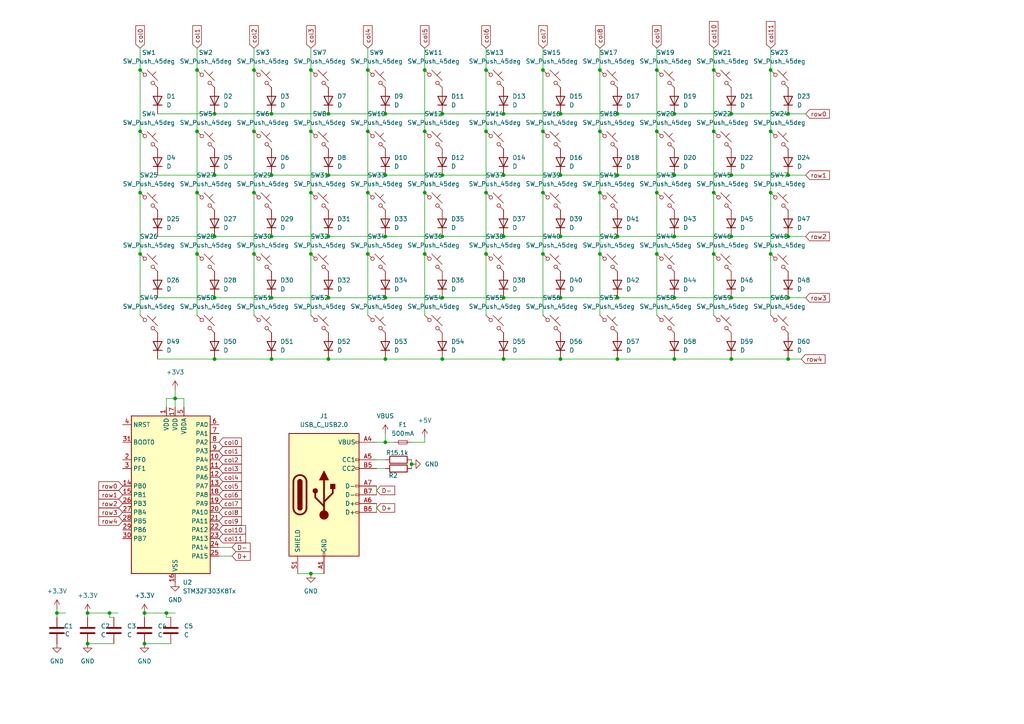
<source format=kicad_sch>
(kicad_sch (version 20231120) (generator "eeschema") (generator_version "8.0")
  (paper "A4")
  (junction (at 40.64 73.66))
  (junction (at 48.26 177.8))
  (junction (at 195.58 33.02))
  (junction (at 179.07 86.36))
  (junction (at 95.25 50.8))
  (junction (at 90.17 38.1))
  (junction (at 173.99 38.1))
  (junction (at 95.25 68.58))
  (junction (at 223.52 55.88))
  (junction (at 31.75 177.8))
  (junction (at 111.76 33.02))
  (junction (at 146.05 68.58))
  (junction (at 78.74 50.8))
  (junction (at 228.6 86.36))
  (junction (at 157.48 55.88))
  (junction (at 62.23 33.02))
  (junction (at 95.25 104.14))
  (junction (at 128.27 86.36))
  (junction (at 190.5 20.32))
  (junction (at 41.91 177.8))
  (junction (at 40.64 20.32))
  (junction (at 128.27 50.8))
  (junction (at 62.23 68.58))
  (junction (at 162.56 68.58))
  (junction (at 106.68 73.66))
  (junction (at 62.23 104.14))
  (junction (at 195.58 104.14))
  (junction (at 146.05 104.14))
  (junction (at 41.91 186.69))
  (junction (at 78.74 33.02))
  (junction (at 140.97 20.32))
  (junction (at 78.74 104.14))
  (junction (at 111.76 104.14))
  (junction (at 212.09 104.14))
  (junction (at 179.07 33.02))
  (junction (at 228.6 68.58))
  (junction (at 57.15 73.66))
  (junction (at 111.76 68.58))
  (junction (at 173.99 20.32))
  (junction (at 146.05 50.8))
  (junction (at 212.09 68.58))
  (junction (at 162.56 33.02))
  (junction (at 190.5 73.66))
  (junction (at 195.58 68.58))
  (junction (at 111.76 128.27))
  (junction (at 223.52 38.1))
  (junction (at 57.15 38.1))
  (junction (at 123.19 55.88))
  (junction (at 173.99 73.66))
  (junction (at 25.4 186.69))
  (junction (at 190.5 38.1))
  (junction (at 119.38 134.62))
  (junction (at 207.01 55.88))
  (junction (at 128.27 104.14))
  (junction (at 157.48 73.66))
  (junction (at 40.64 55.88))
  (junction (at 140.97 73.66))
  (junction (at 73.66 38.1))
  (junction (at 62.23 50.8))
  (junction (at 223.52 20.32))
  (junction (at 212.09 33.02))
  (junction (at 190.5 55.88))
  (junction (at 228.6 33.02))
  (junction (at 146.05 86.36))
  (junction (at 78.74 86.36))
  (junction (at 162.56 50.8))
  (junction (at 128.27 68.58))
  (junction (at 140.97 38.1))
  (junction (at 90.17 166.37))
  (junction (at 106.68 20.32))
  (junction (at 212.09 50.8))
  (junction (at 173.99 55.88))
  (junction (at 128.27 33.02))
  (junction (at 228.6 104.14))
  (junction (at 90.17 20.32))
  (junction (at 73.66 73.66))
  (junction (at 207.01 20.32))
  (junction (at 162.56 104.14))
  (junction (at 195.58 50.8))
  (junction (at 223.52 73.66))
  (junction (at 207.01 73.66))
  (junction (at 73.66 20.32))
  (junction (at 73.66 55.88))
  (junction (at 111.76 86.36))
  (junction (at 50.8 115.57))
  (junction (at 207.01 38.1))
  (junction (at 57.15 55.88))
  (junction (at 90.17 55.88))
  (junction (at 157.48 20.32))
  (junction (at 179.07 50.8))
  (junction (at 123.19 38.1))
  (junction (at 162.56 86.36))
  (junction (at 111.76 50.8))
  (junction (at 195.58 86.36))
  (junction (at 90.17 73.66))
  (junction (at 228.6 50.8))
  (junction (at 25.4 177.8))
  (junction (at 95.25 86.36))
  (junction (at 123.19 20.32))
  (junction (at 140.97 55.88))
  (junction (at 157.48 38.1))
  (junction (at 40.64 38.1))
  (junction (at 179.07 68.58))
  (junction (at 57.15 20.32))
  (junction (at 123.19 73.66))
  (junction (at 106.68 55.88))
  (junction (at 16.51 177.8))
  (junction (at 146.05 33.02))
  (junction (at 95.25 33.02))
  (junction (at 179.07 104.14))
  (junction (at 62.23 86.36))
  (junction (at 212.09 86.36))
  (junction (at 106.68 38.1))
  (junction (at 78.74 68.58))
  (wire (pts (xy 128.27 104.14) (xy 146.05 104.14)))
  (wire (pts (xy 195.58 50.8) (xy 212.09 50.8)))
  (wire (pts (xy 146.05 104.14) (xy 162.56 104.14)))
  (wire (pts (xy 195.58 86.36) (xy 212.09 86.36)))
  (wire (pts (xy 62.23 86.36) (xy 78.74 86.36)))
  (wire (pts (xy 57.15 73.66) (xy 57.15 91.44)))
  (wire (pts (xy 173.99 20.32) (xy 173.99 38.1)))
  (wire (pts (xy 195.58 68.58) (xy 212.09 68.58)))
  (wire (pts (xy 53.34 115.57) (xy 53.34 118.11)))
  (wire (pts (xy 73.66 38.1) (xy 73.66 55.88)))
  (wire (pts (xy 57.15 13.97) (xy 57.15 20.32)))
  (wire (pts (xy 123.19 13.97) (xy 123.19 20.32)))
  (wire (pts (xy 45.72 104.14) (xy 62.23 104.14)))
  (wire (pts (xy 190.5 55.88) (xy 190.5 73.66)))
  (wire (pts (xy 78.74 86.36) (xy 95.25 86.36)))
  (wire (pts (xy 162.56 104.14) (xy 179.07 104.14)))
  (wire (pts (xy 223.52 38.1) (xy 223.52 55.88)))
  (wire (pts (xy 73.66 20.32) (xy 73.66 38.1)))
  (wire (pts (xy 109.22 135.89) (xy 111.76 135.89)))
  (wire (pts (xy 63.5 158.75) (xy 67.31 158.75)))
  (wire (pts (xy 228.6 104.14) (xy 232.41 104.14)))
  (wire (pts (xy 45.72 33.02) (xy 62.23 33.02)))
  (wire (pts (xy 111.76 125.73) (xy 111.76 128.27)))
  (wire (pts (xy 25.4 177.8) (xy 25.4 179.07)))
  (wire (pts (xy 173.99 38.1) (xy 173.99 55.88)))
  (wire (pts (xy 128.27 50.8) (xy 146.05 50.8)))
  (wire (pts (xy 62.23 33.02) (xy 78.74 33.02)))
  (wire (pts (xy 128.27 86.36) (xy 146.05 86.36)))
  (wire (pts (xy 195.58 33.02) (xy 212.09 33.02)))
  (wire (pts (xy 90.17 73.66) (xy 90.17 91.44)))
  (wire (pts (xy 223.52 73.66) (xy 223.52 91.44)))
  (wire (pts (xy 179.07 86.36) (xy 195.58 86.36)))
  (wire (pts (xy 48.26 179.07) (xy 49.53 179.07)))
  (wire (pts (xy 207.01 20.32) (xy 207.01 38.1)))
  (wire (pts (xy 25.4 186.69) (xy 33.02 186.69)))
  (wire (pts (xy 123.19 55.88) (xy 123.19 73.66)))
  (wire (pts (xy 78.74 104.14) (xy 95.25 104.14)))
  (wire (pts (xy 128.27 68.58) (xy 146.05 68.58)))
  (wire (pts (xy 157.48 55.88) (xy 157.48 73.66)))
  (wire (pts (xy 179.07 33.02) (xy 195.58 33.02)))
  (wire (pts (xy 179.07 68.58) (xy 195.58 68.58)))
  (wire (pts (xy 212.09 33.02) (xy 228.6 33.02)))
  (wire (pts (xy 50.8 115.57) (xy 50.8 118.11)))
  (wire (pts (xy 123.19 73.66) (xy 123.19 91.44)))
  (wire (pts (xy 212.09 86.36) (xy 228.6 86.36)))
  (wire (pts (xy 146.05 33.02) (xy 162.56 33.02)))
  (wire (pts (xy 162.56 68.58) (xy 179.07 68.58)))
  (wire (pts (xy 90.17 20.32) (xy 90.17 38.1)))
  (wire (pts (xy 228.6 33.02) (xy 233.68 33.02)))
  (wire (pts (xy 40.64 20.32) (xy 40.64 38.1)))
  (wire (pts (xy 157.48 38.1) (xy 157.48 55.88)))
  (wire (pts (xy 95.25 68.58) (xy 111.76 68.58)))
  (wire (pts (xy 109.22 133.35) (xy 111.76 133.35)))
  (wire (pts (xy 90.17 166.37) (xy 93.98 166.37)))
  (wire (pts (xy 106.68 55.88) (xy 106.68 73.66)))
  (wire (pts (xy 40.64 38.1) (xy 40.64 55.88)))
  (wire (pts (xy 62.23 104.14) (xy 78.74 104.14)))
  (wire (pts (xy 45.72 50.8) (xy 62.23 50.8)))
  (wire (pts (xy 57.15 55.88) (xy 57.15 73.66)))
  (wire (pts (xy 90.17 55.88) (xy 90.17 73.66)))
  (wire (pts (xy 50.8 115.57) (xy 53.34 115.57)))
  (wire (pts (xy 157.48 13.97) (xy 157.48 20.32)))
  (wire (pts (xy 119.38 128.27) (xy 123.19 128.27)))
  (wire (pts (xy 106.68 73.66) (xy 106.68 91.44)))
  (wire (pts (xy 48.26 177.8) (xy 41.91 177.8)))
  (wire (pts (xy 173.99 55.88) (xy 173.99 73.66)))
  (wire (pts (xy 106.68 20.32) (xy 106.68 38.1)))
  (wire (pts (xy 111.76 33.02) (xy 128.27 33.02)))
  (wire (pts (xy 228.6 50.8) (xy 233.68 50.8)))
  (wire (pts (xy 195.58 104.14) (xy 212.09 104.14)))
  (wire (pts (xy 119.38 133.35) (xy 119.38 134.62)))
  (wire (pts (xy 48.26 115.57) (xy 50.8 115.57)))
  (wire (pts (xy 140.97 55.88) (xy 140.97 73.66)))
  (wire (pts (xy 90.17 38.1) (xy 90.17 55.88)))
  (wire (pts (xy 146.05 68.58) (xy 162.56 68.58)))
  (wire (pts (xy 73.66 13.97) (xy 73.66 20.32)))
  (wire (pts (xy 207.01 55.88) (xy 207.01 73.66)))
  (wire (pts (xy 179.07 50.8) (xy 195.58 50.8)))
  (wire (pts (xy 162.56 33.02) (xy 179.07 33.02)))
  (wire (pts (xy 173.99 13.97) (xy 173.99 20.32)))
  (wire (pts (xy 31.75 177.8) (xy 34.29 177.8)))
  (wire (pts (xy 95.25 86.36) (xy 111.76 86.36)))
  (wire (pts (xy 162.56 50.8) (xy 179.07 50.8)))
  (wire (pts (xy 128.27 33.02) (xy 146.05 33.02)))
  (wire (pts (xy 207.01 38.1) (xy 207.01 55.88)))
  (wire (pts (xy 62.23 68.58) (xy 78.74 68.58)))
  (wire (pts (xy 140.97 20.32) (xy 140.97 38.1)))
  (wire (pts (xy 109.22 146.05) (xy 109.22 148.59)))
  (wire (pts (xy 111.76 104.14) (xy 128.27 104.14)))
  (wire (pts (xy 16.51 177.8) (xy 16.51 179.07)))
  (wire (pts (xy 228.6 86.36) (xy 233.68 86.36)))
  (wire (pts (xy 140.97 73.66) (xy 140.97 91.44)))
  (wire (pts (xy 173.99 73.66) (xy 173.99 91.44)))
  (wire (pts (xy 212.09 50.8) (xy 228.6 50.8)))
  (wire (pts (xy 48.26 177.8) (xy 50.8 177.8)))
  (wire (pts (xy 106.68 38.1) (xy 106.68 55.88)))
  (wire (pts (xy 157.48 20.32) (xy 157.48 38.1)))
  (wire (pts (xy 50.8 113.03) (xy 50.8 115.57)))
  (wire (pts (xy 73.66 55.88) (xy 73.66 73.66)))
  (wire (pts (xy 212.09 68.58) (xy 228.6 68.58)))
  (wire (pts (xy 95.25 104.14) (xy 111.76 104.14)))
  (wire (pts (xy 162.56 86.36) (xy 179.07 86.36)))
  (wire (pts (xy 111.76 50.8) (xy 128.27 50.8)))
  (wire (pts (xy 123.19 38.1) (xy 123.19 55.88)))
  (wire (pts (xy 48.26 179.07) (xy 48.26 177.8)))
  (wire (pts (xy 195.58 102.87) (xy 195.58 104.14)))
  (wire (pts (xy 41.91 186.69) (xy 49.53 186.69)))
  (wire (pts (xy 207.01 13.97) (xy 207.01 20.32)))
  (wire (pts (xy 73.66 73.66) (xy 73.66 91.44)))
  (wire (pts (xy 95.25 50.8) (xy 111.76 50.8)))
  (wire (pts (xy 111.76 128.27) (xy 114.3 128.27)))
  (wire (pts (xy 179.07 104.14) (xy 195.58 104.14)))
  (wire (pts (xy 190.5 38.1) (xy 190.5 55.88)))
  (wire (pts (xy 45.72 86.36) (xy 62.23 86.36)))
  (wire (pts (xy 190.5 13.97) (xy 190.5 20.32)))
  (wire (pts (xy 48.26 118.11) (xy 48.26 115.57)))
  (wire (pts (xy 190.5 20.32) (xy 190.5 38.1)))
  (wire (pts (xy 63.5 161.29) (xy 67.31 161.29)))
  (wire (pts (xy 16.51 177.8) (xy 19.05 177.8)))
  (wire (pts (xy 90.17 13.97) (xy 90.17 20.32)))
  (wire (pts (xy 157.48 73.66) (xy 157.48 91.44)))
  (wire (pts (xy 57.15 38.1) (xy 57.15 55.88)))
  (wire (pts (xy 45.72 68.58) (xy 62.23 68.58)))
  (wire (pts (xy 123.19 127) (xy 123.19 128.27)))
  (wire (pts (xy 207.01 73.66) (xy 207.01 91.44)))
  (wire (pts (xy 140.97 38.1) (xy 140.97 55.88)))
  (wire (pts (xy 190.5 73.66) (xy 190.5 91.44)))
  (wire (pts (xy 78.74 33.02) (xy 95.25 33.02)))
  (wire (pts (xy 40.64 73.66) (xy 40.64 91.44)))
  (wire (pts (xy 16.51 176.53) (xy 16.51 177.8)))
  (wire (pts (xy 86.36 166.37) (xy 90.17 166.37)))
  (wire (pts (xy 41.91 177.8) (xy 41.91 179.07)))
  (wire (pts (xy 78.74 68.58) (xy 95.25 68.58)))
  (wire (pts (xy 111.76 68.58) (xy 128.27 68.58)))
  (wire (pts (xy 223.52 13.97) (xy 223.52 20.32)))
  (wire (pts (xy 40.64 55.88) (xy 40.64 73.66)))
  (wire (pts (xy 40.64 13.97) (xy 40.64 20.32)))
  (wire (pts (xy 223.52 55.88) (xy 223.52 73.66)))
  (wire (pts (xy 109.22 128.27) (xy 111.76 128.27)))
  (wire (pts (xy 146.05 50.8) (xy 162.56 50.8)))
  (wire (pts (xy 57.15 20.32) (xy 57.15 38.1)))
  (wire (pts (xy 95.25 33.02) (xy 111.76 33.02)))
  (wire (pts (xy 119.38 134.62) (xy 119.38 135.89)))
  (wire (pts (xy 109.22 140.97) (xy 109.22 143.51)))
  (wire (pts (xy 212.09 104.14) (xy 228.6 104.14)))
  (wire (pts (xy 111.76 86.36) (xy 128.27 86.36)))
  (wire (pts (xy 78.74 50.8) (xy 95.25 50.8)))
  (wire (pts (xy 123.19 20.32) (xy 123.19 38.1)))
  (wire (pts (xy 31.75 179.07) (xy 33.02 179.07)))
  (wire (pts (xy 140.97 13.97) (xy 140.97 20.32)))
  (wire (pts (xy 228.6 68.58) (xy 233.68 68.58)))
  (wire (pts (xy 223.52 20.32) (xy 223.52 38.1)))
  (wire (pts (xy 106.68 13.97) (xy 106.68 20.32)))
  (wire (pts (xy 31.75 179.07) (xy 31.75 177.8)))
  (wire (pts (xy 31.75 177.8) (xy 25.4 177.8)))
  (wire (pts (xy 146.05 86.36) (xy 162.56 86.36)))
  (wire (pts (xy 62.23 50.8) (xy 78.74 50.8)))
  (global_label "row1" (shape input) (at 35.56 143.51 180) (property "Intersheetrefs" "${INTERSHEET_REFS}" (effects (hide yes))))
  (global_label "row2" (shape input) (at 233.68 68.58 0) (property "Intersheetrefs" "${INTERSHEET_REFS}" (effects (hide yes))))
  (global_label "row3" (shape input) (at 233.68 86.36 0) (property "Intersheetrefs" "${INTERSHEET_REFS}" (effects (hide yes))))
  (global_label "col9" (shape input) (at 63.5 151.13 0) (property "Intersheetrefs" "${INTERSHEET_REFS}" (effects (hide yes))))
  (global_label "row4" (shape input) (at 232.41 104.14 0) (property "Intersheetrefs" "${INTERSHEET_REFS}" (effects (hide yes))))
  (global_label "col3" (shape input) (at 63.5 135.89 0) (property "Intersheetrefs" "${INTERSHEET_REFS}" (effects (hide yes))))
  (global_label "col6" (shape input) (at 63.5 143.51 0) (property "Intersheetrefs" "${INTERSHEET_REFS}" (effects (hide yes))))
  (global_label "row3" (shape input) (at 35.56 148.59 180) (property "Intersheetrefs" "${INTERSHEET_REFS}" (effects (hide yes))))
  (global_label "col2" (shape input) (at 73.66 13.97 90) (property "Intersheetrefs" "${INTERSHEET_REFS}" (effects (hide yes))))
  (global_label "D-" (shape input) (at 67.31 158.75 0) (property "Intersheetrefs" "${INTERSHEET_REFS}" (effects (hide yes))))
  (global_label "col1" (shape input) (at 57.15 13.97 90) (property "Intersheetrefs" "${INTERSHEET_REFS}" (effects (hide yes))))
  (global_label "row1" (shape input) (at 233.68 50.8 0) (property "Intersheetrefs" "${INTERSHEET_REFS}" (effects (hide yes))))
  (global_label "col11" (shape input) (at 63.5 156.21 0) (property "Intersheetrefs" "${INTERSHEET_REFS}" (effects (hide yes))))
  (global_label "col6" (shape input) (at 140.97 13.97 90) (property "Intersheetrefs" "${INTERSHEET_REFS}" (effects (hide yes))))
  (global_label "D+" (shape input) (at 109.22 147.32 0) (property "Intersheetrefs" "${INTERSHEET_REFS}" (effects (hide yes))))
  (global_label "col2" (shape input) (at 63.5 133.35 0) (property "Intersheetrefs" "${INTERSHEET_REFS}" (effects (hide yes))))
  (global_label "col5" (shape input) (at 63.5 140.97 0) (property "Intersheetrefs" "${INTERSHEET_REFS}" (effects (hide yes))))
  (global_label "col10" (shape input) (at 63.5 153.67 0) (property "Intersheetrefs" "${INTERSHEET_REFS}" (effects (hide yes))))
  (global_label "D+" (shape input) (at 67.31 161.29 0) (property "Intersheetrefs" "${INTERSHEET_REFS}" (effects (hide yes))))
  (global_label "col0" (shape input) (at 63.5 128.27 0) (property "Intersheetrefs" "${INTERSHEET_REFS}" (effects (hide yes))))
  (global_label "col11" (shape input) (at 223.52 13.97 90) (property "Intersheetrefs" "${INTERSHEET_REFS}" (effects (hide yes))))
  (global_label "row2" (shape input) (at 35.56 146.05 180) (property "Intersheetrefs" "${INTERSHEET_REFS}" (effects (hide yes))))
  (global_label "col8" (shape input) (at 173.99 13.97 90) (property "Intersheetrefs" "${INTERSHEET_REFS}" (effects (hide yes))))
  (global_label "row0" (shape input) (at 233.68 33.02 0) (property "Intersheetrefs" "${INTERSHEET_REFS}" (effects (hide yes))))
  (global_label "col7" (shape input) (at 157.48 13.97 90) (property "Intersheetrefs" "${INTERSHEET_REFS}" (effects (hide yes))))
  (global_label "col10" (shape input) (at 207.01 13.97 90) (property "Intersheetrefs" "${INTERSHEET_REFS}" (effects (hide yes))))
  (global_label "col9" (shape input) (at 190.5 13.97 90) (property "Intersheetrefs" "${INTERSHEET_REFS}" (effects (hide yes))))
  (global_label "row4" (shape input) (at 35.56 151.13 180) (property "Intersheetrefs" "${INTERSHEET_REFS}" (effects (hide yes))))
  (global_label "col1" (shape input) (at 63.5 130.81 0) (property "Intersheetrefs" "${INTERSHEET_REFS}" (effects (hide yes))))
  (global_label "col0" (shape input) (at 40.64 13.97 90) (property "Intersheetrefs" "${INTERSHEET_REFS}" (effects (hide yes))))
  (global_label "col4" (shape input) (at 106.68 13.97 90) (property "Intersheetrefs" "${INTERSHEET_REFS}" (effects (hide yes))))
  (global_label "row0" (shape input) (at 35.56 140.97 180) (property "Intersheetrefs" "${INTERSHEET_REFS}" (effects (hide yes))))
  (global_label "col8" (shape input) (at 63.5 148.59 0) (property "Intersheetrefs" "${INTERSHEET_REFS}" (effects (hide yes))))
  (global_label "col4" (shape input) (at 63.5 138.43 0) (property "Intersheetrefs" "${INTERSHEET_REFS}" (effects (hide yes))))
  (global_label "col5" (shape input) (at 123.19 13.97 90) (property "Intersheetrefs" "${INTERSHEET_REFS}" (effects (hide yes))))
  (global_label "col7" (shape input) (at 63.5 146.05 0) (property "Intersheetrefs" "${INTERSHEET_REFS}" (effects (hide yes))))
  (global_label "D-" (shape input) (at 109.22 142.24 0) (property "Intersheetrefs" "${INTERSHEET_REFS}" (effects (hide yes))))
  (global_label "col3" (shape input) (at 90.17 13.97 90) (property "Intersheetrefs" "${INTERSHEET_REFS}" (effects (hide yes))))
  (symbol (lib_id "Device:D") (at 62.23 64.77 90) (unit 1)
    (property "Reference" "D27" (at 64.77 63.4999 90) (effects (justify right)))
    (property "Value" "D" (at 64.77 66.0399 90) (effects (justify right)))
    (property "Description" "Diode" (effects (hide yes)))
    (property "Sim.Device" "D" (effects (hide yes)))
    (property "Sim.Pins" "1=K 2=A" (effects (hide yes)))
  )
  (symbol (lib_id "Switch:SW_Push_45deg") (at 193.04 93.98 0) (unit 1)
    (property "Reference" "SW58" (at 193.04 86.36 0))
    (property "Value" "SW_Push_45deg" (at 193.04 88.9 0))
    (property "Description" "Push button switch, normally open, two pins, 45° tilted" (effects (hide yes)))
  )
  (symbol (lib_id "Switch:SW_Push_45deg") (at 43.18 40.64 0) (unit 1)
    (property "Reference" "SW4" (at 43.18 33.02 0))
    (property "Value" "SW_Push_45deg" (at 43.18 35.56 0))
    (property "Description" "Push button switch, normally open, two pins, 45° tilted" (effects (hide yes)))
  )
  (symbol (lib_id "Switch:SW_Push_45deg") (at 209.55 58.42 0) (unit 1)
    (property "Reference" "SW45" (at 209.55 50.8 0))
    (property "Value" "SW_Push_45deg" (at 209.55 53.34 0))
    (property "Description" "Push button switch, normally open, two pins, 45° tilted" (effects (hide yes)))
  )
  (symbol (lib_id "Switch:SW_Push_45deg") (at 92.71 58.42 0) (unit 1)
    (property "Reference" "SW31" (at 92.71 50.8 0))
    (property "Value" "SW_Push_45deg" (at 92.71 53.34 0))
    (property "Description" "Push button switch, normally open, two pins, 45° tilted" (effects (hide yes)))
  )
  (symbol (lib_id "Switch:SW_Push_45deg") (at 209.55 22.86 0) (unit 1)
    (property "Reference" "SW21" (at 209.55 15.24 0))
    (property "Value" "SW_Push_45deg" (at 209.55 17.78 0))
    (property "Description" "Push button switch, normally open, two pins, 45° tilted" (effects (hide yes)))
  )
  (symbol (lib_id "Device:D") (at 45.72 82.55 90) (unit 1)
    (property "Reference" "D26" (at 48.26 81.2799 90) (effects (justify right)))
    (property "Value" "D" (at 48.26 83.8199 90) (effects (justify right)))
    (property "Description" "Diode" (effects (hide yes)))
    (property "Sim.Device" "D" (effects (hide yes)))
    (property "Sim.Pins" "1=K 2=A" (effects (hide yes)))
  )
  (symbol (lib_id "Switch:SW_Push_45deg") (at 109.22 40.64 0) (unit 1)
    (property "Reference" "SW10" (at 109.22 33.02 0))
    (property "Value" "SW_Push_45deg" (at 109.22 35.56 0))
    (property "Description" "Push button switch, normally open, two pins, 45° tilted" (effects (hide yes)))
  )
  (symbol (lib_id "Switch:SW_Push_45deg") (at 109.22 22.86 0) (unit 1)
    (property "Reference" "SW9" (at 109.22 15.24 0))
    (property "Value" "SW_Push_45deg" (at 109.22 17.78 0))
    (property "Description" "Push button switch, normally open, two pins, 45° tilted" (effects (hide yes)))
  )
  (symbol (lib_id "Switch:SW_Push_45deg") (at 193.04 76.2 0) (unit 1)
    (property "Reference" "SW44" (at 193.04 68.58 0))
    (property "Value" "SW_Push_45deg" (at 193.04 71.12 0))
    (property "Description" "Push button switch, normally open, two pins, 45° tilted" (effects (hide yes)))
  )
  (symbol (lib_id "Device:D") (at 195.58 64.77 90) (unit 1)
    (property "Reference" "D43" (at 198.12 63.4999 90) (effects (justify right)))
    (property "Value" "D" (at 198.12 66.0399 90) (effects (justify right)))
    (property "Description" "Diode" (effects (hide yes)))
    (property "Sim.Device" "D" (effects (hide yes)))
    (property "Sim.Pins" "1=K 2=A" (effects (hide yes)))
  )
  (symbol (lib_id "power:+5V") (at 123.19 127 0) (unit 1)
    (property "Reference" "#PWR06" (effects (hide yes)))
    (property "Value" "+5V" (at 123.19 121.92 0))
    (property "Description" "Power symbol creates a global label with name \"+5V\"" (effects (hide yes)))
  )
  (symbol (lib_id "Device:D") (at 111.76 46.99 90) (unit 1)
    (property "Reference" "D10" (at 114.3 45.7199 90) (effects (justify right)))
    (property "Value" "D" (at 114.3 48.2599 90) (effects (justify right)))
    (property "Description" "Diode" (effects (hide yes)))
    (property "Sim.Device" "D" (effects (hide yes)))
    (property "Sim.Pins" "1=K 2=A" (effects (hide yes)))
  )
  (symbol (lib_id "Device:D") (at 45.72 29.21 90) (unit 1)
    (property "Reference" "D1" (at 48.26 27.9399 90) (effects (justify right)))
    (property "Value" "D" (at 48.26 30.4799 90) (effects (justify right)))
    (property "Description" "Diode" (effects (hide yes)))
    (property "Sim.Device" "D" (effects (hide yes)))
    (property "Sim.Pins" "1=K 2=A" (effects (hide yes)))
  )
  (symbol (lib_id "MCU_ST_STM32F3:STM32F303K8Tx") (at 48.26 143.51 0) (unit 1)
    (property "Reference" "U2" (at 52.9941 168.91 0) (effects (justify left)))
    (property "Value" "STM32F303K8Tx" (at 52.9941 171.45 0) (effects (justify left)))
    (property "Footprint" "Package_QFP:LQFP-32_7x7mm_P0.8mm" (effects (hide yes)))
    (property "Datasheet" "https://www.st.com/resource/en/datasheet/stm32f303k8.pdf" (effects (hide yes)))
    (property "Description" "STMicroelectronics Arm Cortex-M4 MCU, 64KB flash, 16KB RAM, 72 MHz, 2.0-3.6V, 25 GPIO, LQFP32" (effects (hide yes)))
  )
  (symbol (lib_id "Device:D") (at 162.56 64.77 90) (unit 1)
    (property "Reference" "D39" (at 165.1 63.4999 90) (effects (justify right)))
    (property "Value" "D" (at 165.1 66.0399 90) (effects (justify right)))
    (property "Description" "Diode" (effects (hide yes)))
    (property "Sim.Device" "D" (effects (hide yes)))
    (property "Sim.Pins" "1=K 2=A" (effects (hide yes)))
  )
  (symbol (lib_id "Switch:SW_Push_45deg") (at 92.71 93.98 0) (unit 1)
    (property "Reference" "SW52" (at 92.71 86.36 0))
    (property "Value" "SW_Push_45deg" (at 92.71 88.9 0))
    (property "Description" "Push button switch, normally open, two pins, 45° tilted" (effects (hide yes)))
  )
  (symbol (lib_id "Device:D") (at 45.72 46.99 90) (unit 1)
    (property "Reference" "D4" (at 48.26 45.7199 90) (effects (justify right)))
    (property "Value" "D" (at 48.26 48.2599 90) (effects (justify right)))
    (property "Description" "Diode" (effects (hide yes)))
    (property "Sim.Device" "D" (effects (hide yes)))
    (property "Sim.Pins" "1=K 2=A" (effects (hide yes)))
  )
  (symbol (lib_id "Device:D") (at 128.27 29.21 90) (unit 1)
    (property "Reference" "D11" (at 130.81 27.9399 90) (effects (justify right)))
    (property "Value" "D" (at 130.81 30.4799 90) (effects (justify right)))
    (property "Description" "Diode" (effects (hide yes)))
    (property "Sim.Device" "D" (effects (hide yes)))
    (property "Sim.Pins" "1=K 2=A" (effects (hide yes)))
  )
  (symbol (lib_id "Connector:USB_C_Receptacle_USB2.0_14P") (at 93.98 143.51 0) (unit 1)
    (property "Reference" "J1" (at 93.98 120.65 0))
    (property "Value" "USB_C_USB2.0" (at 93.98 123.19 0))
    (property "Datasheet" "https://www.usb.org/sites/default/files/documents/usb_type-c.zip" (effects (hide yes)))
    (property "Description" "USB 2.0-only 14P Type-C Receptacle connector" (effects (hide yes)))
  )
  (symbol (lib_id "Switch:SW_Push_45deg") (at 125.73 58.42 0) (unit 1)
    (property "Reference" "SW35" (at 125.73 50.8 0))
    (property "Value" "SW_Push_45deg" (at 125.73 53.34 0))
    (property "Description" "Push button switch, normally open, two pins, 45° tilted" (effects (hide yes)))
  )
  (symbol (lib_id "Device:D") (at 212.09 29.21 90) (unit 1)
    (property "Reference" "D21" (at 214.63 27.9399 90) (effects (justify right)))
    (property "Value" "D" (at 214.63 30.4799 90) (effects (justify right)))
    (property "Description" "Diode" (effects (hide yes)))
    (property "Sim.Device" "D" (effects (hide yes)))
    (property "Sim.Pins" "1=K 2=A" (effects (hide yes)))
  )
  (symbol (lib_id "Device:D") (at 62.23 100.33 90) (unit 1)
    (property "Reference" "D50" (at 64.77 99.0599 90) (effects (justify right)))
    (property "Value" "D" (at 64.77 101.5999 90) (effects (justify right)))
    (property "Description" "Diode" (effects (hide yes)))
    (property "Sim.Device" "D" (effects (hide yes)))
    (property "Sim.Pins" "1=K 2=A" (effects (hide yes)))
  )
  (symbol (lib_id "Device:D") (at 95.25 100.33 90) (unit 1)
    (property "Reference" "D52" (at 97.79 99.0599 90) (effects (justify right)))
    (property "Value" "D" (at 97.79 101.5999 90) (effects (justify right)))
    (property "Description" "Diode" (effects (hide yes)))
    (property "Sim.Device" "D" (effects (hide yes)))
    (property "Sim.Pins" "1=K 2=A" (effects (hide yes)))
  )
  (symbol (lib_id "Switch:SW_Push_45deg") (at 59.69 40.64 0) (unit 1)
    (property "Reference" "SW5" (at 59.69 33.02 0))
    (property "Value" "SW_Push_45deg" (at 59.69 35.56 0))
    (property "Description" "Push button switch, normally open, two pins, 45° tilted" (effects (hide yes)))
  )
  (symbol (lib_id "Switch:SW_Push_45deg") (at 160.02 40.64 0) (unit 1)
    (property "Reference" "SW16" (at 160.02 33.02 0))
    (property "Value" "SW_Push_45deg" (at 160.02 35.56 0))
    (property "Description" "Push button switch, normally open, two pins, 45° tilted" (effects (hide yes)))
  )
  (symbol (lib_id "Device:D") (at 212.09 82.55 90) (unit 1)
    (property "Reference" "D46" (at 214.63 81.2799 90) (effects (justify right)))
    (property "Value" "D" (at 214.63 83.8199 90) (effects (justify right)))
    (property "Description" "Diode" (effects (hide yes)))
    (property "Sim.Device" "D" (effects (hide yes)))
    (property "Sim.Pins" "1=K 2=A" (effects (hide yes)))
  )
  (symbol (lib_id "Device:D") (at 228.6 82.55 90) (unit 1)
    (property "Reference" "D48" (at 231.14 81.2799 90) (effects (justify right)))
    (property "Value" "D" (at 231.14 83.8199 90) (effects (justify right)))
    (property "Description" "Diode" (effects (hide yes)))
    (property "Sim.Device" "D" (effects (hide yes)))
    (property "Sim.Pins" "1=K 2=A" (effects (hide yes)))
  )
  (symbol (lib_id "Switch:SW_Push_45deg") (at 125.73 22.86 0) (unit 1)
    (property "Reference" "SW11" (at 125.73 15.24 0))
    (property "Value" "SW_Push_45deg" (at 125.73 17.78 0))
    (property "Description" "Push button switch, normally open, two pins, 45° tilted" (effects (hide yes)))
  )
  (symbol (lib_id "Device:D") (at 78.74 29.21 90) (unit 1)
    (property "Reference" "D3" (at 81.28 27.9399 90) (effects (justify right)))
    (property "Value" "D" (at 81.28 30.4799 90) (effects (justify right)))
    (property "Description" "Diode" (effects (hide yes)))
    (property "Sim.Device" "D" (effects (hide yes)))
    (property "Sim.Pins" "1=K 2=A" (effects (hide yes)))
  )
  (symbol (lib_id "Device:D") (at 111.76 29.21 90) (unit 1)
    (property "Reference" "D9" (at 114.3 27.9399 90) (effects (justify right)))
    (property "Value" "D" (at 114.3 30.4799 90) (effects (justify right)))
    (property "Description" "Diode" (effects (hide yes)))
    (property "Sim.Device" "D" (effects (hide yes)))
    (property "Sim.Pins" "1=K 2=A" (effects (hide yes)))
  )
  (symbol (lib_id "Device:D") (at 128.27 64.77 90) (unit 1)
    (property "Reference" "D35" (at 130.81 63.4999 90) (effects (justify right)))
    (property "Value" "D" (at 130.81 66.0399 90) (effects (justify right)))
    (property "Description" "Diode" (effects (hide yes)))
    (property "Sim.Device" "D" (effects (hide yes)))
    (property "Sim.Pins" "1=K 2=A" (effects (hide yes)))
  )
  (symbol (lib_id "Device:D") (at 146.05 82.55 90) (unit 1)
    (property "Reference" "D38" (at 148.59 81.2799 90) (effects (justify right)))
    (property "Value" "D" (at 148.59 83.8199 90) (effects (justify right)))
    (property "Description" "Diode" (effects (hide yes)))
    (property "Sim.Device" "D" (effects (hide yes)))
    (property "Sim.Pins" "1=K 2=A" (effects (hide yes)))
  )
  (symbol (lib_id "Switch:SW_Push_45deg") (at 143.51 40.64 0) (unit 1)
    (property "Reference" "SW14" (at 143.51 33.02 0))
    (property "Value" "SW_Push_45deg" (at 143.51 35.56 0))
    (property "Description" "Push button switch, normally open, two pins, 45° tilted" (effects (hide yes)))
  )
  (symbol (lib_id "Device:D") (at 162.56 29.21 90) (unit 1)
    (property "Reference" "D15" (at 165.1 27.9399 90) (effects (justify right)))
    (property "Value" "D" (at 165.1 30.4799 90) (effects (justify right)))
    (property "Description" "Diode" (effects (hide yes)))
    (property "Sim.Device" "D" (effects (hide yes)))
    (property "Sim.Pins" "1=K 2=A" (effects (hide yes)))
  )
  (symbol (lib_id "Switch:SW_Push_45deg") (at 125.73 76.2 0) (unit 1)
    (property "Reference" "SW36" (at 125.73 68.58 0))
    (property "Value" "SW_Push_45deg" (at 125.73 71.12 0))
    (property "Description" "Push button switch, normally open, two pins, 45° tilted" (effects (hide yes)))
  )
  (symbol (lib_id "Device:D") (at 128.27 46.99 90) (unit 1)
    (property "Reference" "D12" (at 130.81 45.7199 90) (effects (justify right)))
    (property "Value" "D" (at 130.81 48.2599 90) (effects (justify right)))
    (property "Description" "Diode" (effects (hide yes)))
    (property "Sim.Device" "D" (effects (hide yes)))
    (property "Sim.Pins" "1=K 2=A" (effects (hide yes)))
  )
  (symbol (lib_id "Switch:SW_Push_45deg") (at 125.73 40.64 0) (unit 1)
    (property "Reference" "SW12" (at 125.73 33.02 0))
    (property "Value" "SW_Push_45deg" (at 125.73 35.56 0))
    (property "Description" "Push button switch, normally open, two pins, 45° tilted" (effects (hide yes)))
  )
  (symbol (lib_id "Device:D") (at 78.74 100.33 90) (unit 1)
    (property "Reference" "D51" (at 81.28 99.0599 90) (effects (justify right)))
    (property "Value" "D" (at 81.28 101.5999 90) (effects (justify right)))
    (property "Description" "Diode" (effects (hide yes)))
    (property "Sim.Device" "D" (effects (hide yes)))
    (property "Sim.Pins" "1=K 2=A" (effects (hide yes)))
  )
  (symbol (lib_id "Device:D") (at 146.05 29.21 90) (unit 1)
    (property "Reference" "D13" (at 148.59 27.9399 90) (effects (justify right)))
    (property "Value" "D" (at 148.59 30.4799 90) (effects (justify right)))
    (property "Description" "Diode" (effects (hide yes)))
    (property "Sim.Device" "D" (effects (hide yes)))
    (property "Sim.Pins" "1=K 2=A" (effects (hide yes)))
  )
  (symbol (lib_id "Device:D") (at 146.05 46.99 90) (unit 1)
    (property "Reference" "D14" (at 148.59 45.7199 90) (effects (justify right)))
    (property "Value" "D" (at 148.59 48.2599 90) (effects (justify right)))
    (property "Description" "Diode" (effects (hide yes)))
    (property "Sim.Device" "D" (effects (hide yes)))
    (property "Sim.Pins" "1=K 2=A" (effects (hide yes)))
  )
  (symbol (lib_id "Switch:SW_Push_45deg") (at 160.02 58.42 0) (unit 1)
    (property "Reference" "SW39" (at 160.02 50.8 0))
    (property "Value" "SW_Push_45deg" (at 160.02 53.34 0))
    (property "Description" "Push button switch, normally open, two pins, 45° tilted" (effects (hide yes)))
  )
  (symbol (lib_id "Device:D") (at 95.25 82.55 90) (unit 1)
    (property "Reference" "D32" (at 97.79 81.2799 90) (effects (justify right)))
    (property "Value" "D" (at 97.79 83.8199 90) (effects (justify right)))
    (property "Description" "Diode" (effects (hide yes)))
    (property "Sim.Device" "D" (effects (hide yes)))
    (property "Sim.Pins" "1=K 2=A" (effects (hide yes)))
  )
  (symbol (lib_id "Switch:SW_Push_45deg") (at 209.55 76.2 0) (unit 1)
    (property "Reference" "SW46" (at 209.55 68.58 0))
    (property "Value" "SW_Push_45deg" (at 209.55 71.12 0))
    (property "Description" "Push button switch, normally open, two pins, 45° tilted" (effects (hide yes)))
  )
  (symbol (lib_id "Switch:SW_Push_45deg") (at 59.69 22.86 0) (unit 1)
    (property "Reference" "SW2" (at 59.69 15.24 0))
    (property "Value" "SW_Push_45deg" (at 59.69 17.78 0))
    (property "Description" "Push button switch, normally open, two pins, 45° tilted" (effects (hide yes)))
  )
  (symbol (lib_id "Device:D") (at 62.23 29.21 90) (unit 1)
    (property "Reference" "D2" (at 64.77 27.9399 90) (effects (justify right)))
    (property "Value" "D" (at 64.77 30.4799 90) (effects (justify right)))
    (property "Description" "Diode" (effects (hide yes)))
    (property "Sim.Device" "D" (effects (hide yes)))
    (property "Sim.Pins" "1=K 2=A" (effects (hide yes)))
  )
  (symbol (lib_id "Switch:SW_Push_45deg") (at 193.04 22.86 0) (unit 1)
    (property "Reference" "SW19" (at 193.04 15.24 0))
    (property "Value" "SW_Push_45deg" (at 193.04 17.78 0))
    (property "Description" "Push button switch, normally open, two pins, 45° tilted" (effects (hide yes)))
  )
  (symbol (lib_id "Device:D") (at 228.6 100.33 90) (unit 1)
    (property "Reference" "D60" (at 231.14 99.0599 90) (effects (justify right)))
    (property "Value" "D" (at 231.14 101.5999 90) (effects (justify right)))
    (property "Description" "Diode" (effects (hide yes)))
    (property "Sim.Device" "D" (effects (hide yes)))
    (property "Sim.Pins" "1=K 2=A" (effects (hide yes)))
  )
  (symbol (lib_id "Device:D") (at 195.58 100.33 90) (unit 1)
    (property "Reference" "D58" (at 198.12 99.0599 90) (effects (justify right)))
    (property "Value" "D" (at 198.12 101.5999 90) (effects (justify right)))
    (property "Description" "Diode" (effects (hide yes)))
    (property "Sim.Device" "D" (effects (hide yes)))
    (property "Sim.Pins" "1=K 2=A" (effects (hide yes)))
  )
  (symbol (lib_id "Switch:SW_Push_45deg") (at 59.69 76.2 0) (unit 1)
    (property "Reference" "SW28" (at 59.69 68.58 0))
    (property "Value" "SW_Push_45deg" (at 59.69 71.12 0))
    (property "Description" "Push button switch, normally open, two pins, 45° tilted" (effects (hide yes)))
  )
  (symbol (lib_id "Device:C") (at 16.51 182.88 0) (unit 1)
    (property "Reference" "C1" (at 18.542 181.61 0) (effects (justify left)))
    (property "Value" "C" (at 18.796 183.896 0) (effects (justify left)))
    (property "Description" "Unpolarized capacitor" (effects (hide yes)))
  )
  (symbol (lib_id "Device:D") (at 162.56 46.99 90) (unit 1)
    (property "Reference" "D16" (at 165.1 45.7199 90) (effects (justify right)))
    (property "Value" "D" (at 165.1 48.2599 90) (effects (justify right)))
    (property "Description" "Diode" (effects (hide yes)))
    (property "Sim.Device" "D" (effects (hide yes)))
    (property "Sim.Pins" "1=K 2=A" (effects (hide yes)))
  )
  (symbol (lib_id "Device:D") (at 195.58 82.55 90) (unit 1)
    (property "Reference" "D44" (at 198.12 81.2799 90) (effects (justify right)))
    (property "Value" "D" (at 198.12 83.8199 90) (effects (justify right)))
    (property "Description" "Diode" (effects (hide yes)))
    (property "Sim.Device" "D" (effects (hide yes)))
    (property "Sim.Pins" "1=K 2=A" (effects (hide yes)))
  )
  (symbol (lib_id "Switch:SW_Push_45deg") (at 59.69 58.42 0) (unit 1)
    (property "Reference" "SW27" (at 59.69 50.8 0))
    (property "Value" "SW_Push_45deg" (at 59.69 53.34 0))
    (property "Description" "Push button switch, normally open, two pins, 45° tilted" (effects (hide yes)))
  )
  (symbol (lib_id "power:GND") (at 119.38 134.62 90) (unit 1)
    (property "Reference" "#PWR08" (effects (hide yes)))
    (property "Value" "GND" (at 123.19 134.6199 90) (effects (justify right)))
    (property "Description" "Power symbol creates a global label with name \"GND\" , ground" (effects (hide yes)))
  )
  (symbol (lib_id "Switch:SW_Push_45deg") (at 109.22 93.98 0) (unit 1)
    (property "Reference" "SW53" (at 109.22 86.36 0))
    (property "Value" "SW_Push_45deg" (at 109.22 88.9 0))
    (property "Description" "Push button switch, normally open, two pins, 45° tilted" (effects (hide yes)))
  )
  (symbol (lib_id "Switch:SW_Push_45deg") (at 226.06 58.42 0) (unit 1)
    (property "Reference" "SW47" (at 226.06 50.8 0))
    (property "Value" "SW_Push_45deg" (at 226.06 53.34 0))
    (property "Description" "Push button switch, normally open, two pins, 45° tilted" (effects (hide yes)))
  )
  (symbol (lib_id "Device:D") (at 212.09 46.99 90) (unit 1)
    (property "Reference" "D22" (at 214.63 45.7199 90) (effects (justify right)))
    (property "Value" "D" (at 214.63 48.2599 90) (effects (justify right)))
    (property "Description" "Diode" (effects (hide yes)))
    (property "Sim.Device" "D" (effects (hide yes)))
    (property "Sim.Pins" "1=K 2=A" (effects (hide yes)))
  )
  (symbol (lib_id "power:GND") (at 90.17 166.37 0) (unit 1)
    (property "Reference" "#PWR05" (effects (hide yes)))
    (property "Value" "GND" (at 90.17 171.45 0))
    (property "Description" "Power symbol creates a global label with name \"GND\" , ground" (effects (hide yes)))
  )
  (symbol (lib_id "Switch:SW_Push_45deg") (at 43.18 58.42 0) (unit 1)
    (property "Reference" "SW25" (at 43.18 50.8 0))
    (property "Value" "SW_Push_45deg" (at 43.18 53.34 0))
    (property "Description" "Push button switch, normally open, two pins, 45° tilted" (effects (hide yes)))
  )
  (symbol (lib_id "Device:D") (at 62.23 46.99 90) (unit 1)
    (property "Reference" "D5" (at 64.77 45.7199 90) (effects (justify right)))
    (property "Value" "D" (at 64.77 48.2599 90) (effects (justify right)))
    (property "Description" "Diode" (effects (hide yes)))
    (property "Sim.Device" "D" (effects (hide yes)))
    (property "Sim.Pins" "1=K 2=A" (effects (hide yes)))
  )
  (symbol (lib_id "Switch:SW_Push_45deg") (at 109.22 76.2 0) (unit 1)
    (property "Reference" "SW34" (at 109.22 68.58 0))
    (property "Value" "SW_Push_45deg" (at 109.22 71.12 0))
    (property "Description" "Push button switch, normally open, two pins, 45° tilted" (effects (hide yes)))
  )
  (symbol (lib_id "Device:D") (at 78.74 82.55 90) (unit 1)
    (property "Reference" "D30" (at 81.28 81.2799 90) (effects (justify right)))
    (property "Value" "D" (at 81.28 83.8199 90) (effects (justify right)))
    (property "Description" "Diode" (effects (hide yes)))
    (property "Sim.Device" "D" (effects (hide yes)))
    (property "Sim.Pins" "1=K 2=A" (effects (hide yes)))
  )
  (symbol (lib_id "Switch:SW_Push_45deg") (at 143.51 93.98 0) (unit 1)
    (property "Reference" "SW55" (at 143.51 86.36 0))
    (property "Value" "SW_Push_45deg" (at 143.51 88.9 0))
    (property "Description" "Push button switch, normally open, two pins, 45° tilted" (effects (hide yes)))
  )
  (symbol (lib_id "Switch:SW_Push_45deg") (at 176.53 22.86 0) (unit 1)
    (property "Reference" "SW17" (at 176.53 15.24 0))
    (property "Value" "SW_Push_45deg" (at 176.53 17.78 0))
    (property "Description" "Push button switch, normally open, two pins, 45° tilted" (effects (hide yes)))
  )
  (symbol (lib_id "Switch:SW_Push_45deg") (at 76.2 76.2 0) (unit 1)
    (property "Reference" "SW30" (at 76.2 68.58 0))
    (property "Value" "SW_Push_45deg" (at 76.2 71.12 0))
    (property "Description" "Push button switch, normally open, two pins, 45° tilted" (effects (hide yes)))
  )
  (symbol (lib_id "Device:D") (at 228.6 64.77 90) (unit 1)
    (property "Reference" "D47" (at 231.14 63.4999 90) (effects (justify right)))
    (property "Value" "D" (at 231.14 66.0399 90) (effects (justify right)))
    (property "Description" "Diode" (effects (hide yes)))
    (property "Sim.Device" "D" (effects (hide yes)))
    (property "Sim.Pins" "1=K 2=A" (effects (hide yes)))
  )
  (symbol (lib_id "Device:D") (at 128.27 82.55 90) (unit 1)
    (property "Reference" "D36" (at 130.81 81.2799 90) (effects (justify right)))
    (property "Value" "D" (at 130.81 83.8199 90) (effects (justify right)))
    (property "Description" "Diode" (effects (hide yes)))
    (property "Sim.Device" "D" (effects (hide yes)))
    (property "Sim.Pins" "1=K 2=A" (effects (hide yes)))
  )
  (symbol (lib_id "Device:D") (at 78.74 46.99 90) (unit 1)
    (property "Reference" "D6" (at 81.28 45.7199 90) (effects (justify right)))
    (property "Value" "D" (at 81.28 48.2599 90) (effects (justify right)))
    (property "Description" "Diode" (effects (hide yes)))
    (property "Sim.Device" "D" (effects (hide yes)))
    (property "Sim.Pins" "1=K 2=A" (effects (hide yes)))
  )
  (symbol (lib_id "Switch:SW_Push_45deg") (at 92.71 76.2 0) (unit 1)
    (property "Reference" "SW32" (at 92.71 68.58 0))
    (property "Value" "SW_Push_45deg" (at 92.71 71.12 0))
    (property "Description" "Push button switch, normally open, two pins, 45° tilted" (effects (hide yes)))
  )
  (symbol (lib_id "Device:D") (at 45.72 100.33 90) (unit 1)
    (property "Reference" "D49" (at 48.26 99.0599 90) (effects (justify right)))
    (property "Value" "D" (at 48.26 101.5999 90) (effects (justify right)))
    (property "Description" "Diode" (effects (hide yes)))
    (property "Sim.Device" "D" (effects (hide yes)))
    (property "Sim.Pins" "1=K 2=A" (effects (hide yes)))
  )
  (symbol (lib_id "power:+3.3V") (at 41.91 177.8 0) (unit 1)
    (property "Reference" "#PWR01" (effects (hide yes)))
    (property "Value" "+3.3V" (at 41.91 172.72 0))
    (property "Description" "Power symbol creates a global label with name \"+3.3V\"" (effects (hide yes)))
  )
  (symbol (lib_id "power:GND") (at 25.4 186.69 0) (unit 1)
    (property "Reference" "#PWR010" (effects (hide yes)))
    (property "Value" "GND" (at 25.4 191.77 0))
    (property "Description" "Power symbol creates a global label with name \"GND\" , ground" (effects (hide yes)))
  )
  (symbol (lib_id "Device:D") (at 146.05 100.33 90) (unit 1)
    (property "Reference" "D55" (at 148.59 99.0599 90) (effects (justify right)))
    (property "Value" "D" (at 148.59 101.5999 90) (effects (justify right)))
    (property "Description" "Diode" (effects (hide yes)))
    (property "Sim.Device" "D" (effects (hide yes)))
    (property "Sim.Pins" "1=K 2=A" (effects (hide yes)))
  )
  (symbol (lib_id "Switch:SW_Push_45deg") (at 209.55 93.98 0) (unit 1)
    (property "Reference" "SW59" (at 209.55 86.36 0))
    (property "Value" "SW_Push_45deg" (at 209.55 88.9 0))
    (property "Description" "Push button switch, normally open, two pins, 45° tilted" (effects (hide yes)))
  )
  (symbol (lib_id "Device:D") (at 179.07 64.77 90) (unit 1)
    (property "Reference" "D41" (at 181.61 63.4999 90) (effects (justify right)))
    (property "Value" "D" (at 181.61 66.0399 90) (effects (justify right)))
    (property "Description" "Diode" (effects (hide yes)))
    (property "Sim.Device" "D" (effects (hide yes)))
    (property "Sim.Pins" "1=K 2=A" (effects (hide yes)))
  )
  (symbol (lib_id "Device:D") (at 95.25 29.21 90) (unit 1)
    (property "Reference" "D7" (at 97.79 27.9399 90) (effects (justify right)))
    (property "Value" "D" (at 97.79 30.4799 90) (effects (justify right)))
    (property "Description" "Diode" (effects (hide yes)))
    (property "Sim.Device" "D" (effects (hide yes)))
    (property "Sim.Pins" "1=K 2=A" (effects (hide yes)))
  )
  (symbol (lib_id "Device:D") (at 111.76 100.33 90) (unit 1)
    (property "Reference" "D53" (at 114.3 99.0599 90) (effects (justify right)))
    (property "Value" "D" (at 114.3 101.5999 90) (effects (justify right)))
    (property "Description" "Diode" (effects (hide yes)))
    (property "Sim.Device" "D" (effects (hide yes)))
    (property "Sim.Pins" "1=K 2=A" (effects (hide yes)))
  )
  (symbol (lib_id "Switch:SW_Push_45deg") (at 76.2 58.42 0) (unit 1)
    (property "Reference" "SW29" (at 76.2 50.8 0))
    (property "Value" "SW_Push_45deg" (at 76.2 53.34 0))
    (property "Description" "Push button switch, normally open, two pins, 45° tilted" (effects (hide yes)))
  )
  (symbol (lib_id "Device:D") (at 111.76 64.77 90) (unit 1)
    (property "Reference" "D33" (at 114.3 63.4999 90) (effects (justify right)))
    (property "Value" "D" (at 114.3 66.0399 90) (effects (justify right)))
    (property "Description" "Diode" (effects (hide yes)))
    (property "Sim.Device" "D" (effects (hide yes)))
    (property "Sim.Pins" "1=K 2=A" (effects (hide yes)))
  )
  (symbol (lib_id "Switch:SW_Push_45deg") (at 226.06 22.86 0) (unit 1)
    (property "Reference" "SW23" (at 226.06 15.24 0))
    (property "Value" "SW_Push_45deg" (at 226.06 17.78 0))
    (property "Description" "Push button switch, normally open, two pins, 45° tilted" (effects (hide yes)))
  )
  (symbol (lib_id "Switch:SW_Push_45deg") (at 160.02 76.2 0) (unit 1)
    (property "Reference" "SW40" (at 160.02 68.58 0))
    (property "Value" "SW_Push_45deg" (at 160.02 71.12 0))
    (property "Description" "Push button switch, normally open, two pins, 45° tilted" (effects (hide yes)))
  )
  (symbol (lib_id "power:+3.3V") (at 25.4 177.8 0) (unit 1)
    (property "Reference" "#PWR015" (effects (hide yes)))
    (property "Value" "+3.3V" (at 25.4 172.72 0))
    (property "Description" "Power symbol creates a global label with name \"+3.3V\"" (effects (hide yes)))
  )
  (symbol (lib_id "Device:D") (at 162.56 82.55 90) (unit 1)
    (property "Reference" "D40" (at 165.1 81.2799 90) (effects (justify right)))
    (property "Value" "D" (at 165.1 83.8199 90) (effects (justify right)))
    (property "Description" "Diode" (effects (hide yes)))
    (property "Sim.Device" "D" (effects (hide yes)))
    (property "Sim.Pins" "1=K 2=A" (effects (hide yes)))
  )
  (symbol (lib_id "Switch:SW_Push_45deg") (at 143.51 22.86 0) (unit 1)
    (property "Reference" "SW13" (at 143.51 15.24 0))
    (property "Value" "SW_Push_45deg" (at 143.51 17.78 0))
    (property "Description" "Push button switch, normally open, two pins, 45° tilted" (effects (hide yes)))
  )
  (symbol (lib_id "Switch:SW_Push_45deg") (at 92.71 40.64 0) (unit 1)
    (property "Reference" "SW8" (at 92.71 33.02 0))
    (property "Value" "SW_Push_45deg" (at 92.71 35.56 0))
    (property "Description" "Push button switch, normally open, two pins, 45° tilted" (effects (hide yes)))
  )
  (symbol (lib_id "Switch:SW_Push_45deg") (at 143.51 58.42 0) (unit 1)
    (property "Reference" "SW37" (at 143.51 50.8 0))
    (property "Value" "SW_Push_45deg" (at 143.51 53.34 0))
    (property "Description" "Push button switch, normally open, two pins, 45° tilted" (effects (hide yes)))
  )
  (symbol (lib_id "Switch:SW_Push_45deg") (at 176.53 76.2 0) (unit 1)
    (property "Reference" "SW42" (at 176.53 68.58 0))
    (property "Value" "SW_Push_45deg" (at 176.53 71.12 0))
    (property "Description" "Push button switch, normally open, two pins, 45° tilted" (effects (hide yes)))
  )
  (symbol (lib_id "Device:D") (at 62.23 82.55 90) (unit 1)
    (property "Reference" "D28" (at 64.77 81.2799 90) (effects (justify right)))
    (property "Value" "D" (at 64.77 83.8199 90) (effects (justify right)))
    (property "Description" "Diode" (effects (hide yes)))
    (property "Sim.Device" "D" (effects (hide yes)))
    (property "Sim.Pins" "1=K 2=A" (effects (hide yes)))
  )
  (symbol (lib_id "power:+3.3V") (at 16.51 176.53 0) (unit 1)
    (property "Reference" "#PWR014" (effects (hide yes)))
    (property "Value" "+3.3V" (at 16.51 171.45 0))
    (property "Description" "Power symbol creates a global label with name \"+3.3V\"" (effects (hide yes)))
  )
  (symbol (lib_id "Switch:SW_Push_45deg") (at 226.06 40.64 0) (unit 1)
    (property "Reference" "SW24" (at 226.06 33.02 0))
    (property "Value" "SW_Push_45deg" (at 226.06 35.56 0))
    (property "Description" "Push button switch, normally open, two pins, 45° tilted" (effects (hide yes)))
  )
  (symbol (lib_id "Switch:SW_Push_45deg") (at 176.53 58.42 0) (unit 1)
    (property "Reference" "SW41" (at 176.53 50.8 0))
    (property "Value" "SW_Push_45deg" (at 176.53 53.34 0))
    (property "Description" "Push button switch, normally open, two pins, 45° tilted" (effects (hide yes)))
  )
  (symbol (lib_id "Device:C") (at 41.91 182.88 0) (unit 1)
    (property "Reference" "C4" (at 45.72 181.6099 0) (effects (justify left)))
    (property "Value" "C" (at 45.72 184.1499 0) (effects (justify left)))
    (property "Description" "Unpolarized capacitor" (effects (hide yes)))
  )
  (symbol (lib_id "Switch:SW_Push_45deg") (at 92.71 22.86 0) (unit 1)
    (property "Reference" "SW7" (at 92.71 15.24 0))
    (property "Value" "SW_Push_45deg" (at 92.71 17.78 0))
    (property "Description" "Push button switch, normally open, two pins, 45° tilted" (effects (hide yes)))
  )
  (symbol (lib_id "Device:D") (at 212.09 100.33 90) (unit 1)
    (property "Reference" "D59" (at 214.63 99.0599 90) (effects (justify right)))
    (property "Value" "D" (at 214.63 101.5999 90) (effects (justify right)))
    (property "Description" "Diode" (effects (hide yes)))
    (property "Sim.Device" "D" (effects (hide yes)))
    (property "Sim.Pins" "1=K 2=A" (effects (hide yes)))
  )
  (symbol (lib_id "Device:D") (at 45.72 64.77 90) (unit 1)
    (property "Reference" "D25" (at 48.26 63.4999 90) (effects (justify right)))
    (property "Value" "D" (at 48.26 66.0399 90) (effects (justify right)))
    (property "Description" "Diode" (effects (hide yes)))
    (property "Sim.Device" "D" (effects (hide yes)))
    (property "Sim.Pins" "1=K 2=A" (effects (hide yes)))
  )
  (symbol (lib_id "Device:D") (at 179.07 29.21 90) (unit 1)
    (property "Reference" "D17" (at 181.61 27.9399 90) (effects (justify right)))
    (property "Value" "D" (at 181.61 30.4799 90) (effects (justify right)))
    (property "Description" "Diode" (effects (hide yes)))
    (property "Sim.Device" "D" (effects (hide yes)))
    (property "Sim.Pins" "1=K 2=A" (effects (hide yes)))
  )
  (symbol (lib_id "Switch:SW_Push_45deg") (at 43.18 22.86 0) (unit 1)
    (property "Reference" "SW1" (at 43.18 15.24 0))
    (property "Value" "SW_Push_45deg" (at 43.18 17.78 0))
    (property "Description" "Push button switch, normally open, two pins, 45° tilted" (effects (hide yes)))
  )
  (symbol (lib_id "Switch:SW_Push_45deg") (at 43.18 93.98 0) (unit 1)
    (property "Reference" "SW49" (at 43.18 86.36 0))
    (property "Value" "SW_Push_45deg" (at 43.18 88.9 0))
    (property "Description" "Push button switch, normally open, two pins, 45° tilted" (effects (hide yes)))
  )
  (symbol (lib_id "Switch:SW_Push_45deg") (at 226.06 93.98 0) (unit 1)
    (property "Reference" "SW60" (at 226.06 86.36 0))
    (property "Value" "SW_Push_45deg" (at 226.06 88.9 0))
    (property "Description" "Push button switch, normally open, two pins, 45° tilted" (effects (hide yes)))
  )
  (symbol (lib_id "Switch:SW_Push_45deg") (at 160.02 22.86 0) (unit 1)
    (property "Reference" "SW15" (at 160.02 15.24 0))
    (property "Value" "SW_Push_45deg" (at 160.02 17.78 0))
    (property "Description" "Push button switch, normally open, two pins, 45° tilted" (effects (hide yes)))
  )
  (symbol (lib_id "Device:C") (at 33.02 182.88 0) (unit 1)
    (property "Reference" "C3" (at 36.83 181.6099 0) (effects (justify left)))
    (property "Value" "C" (at 36.83 184.1499 0) (effects (justify left)))
    (property "Description" "Unpolarized capacitor" (effects (hide yes)))
  )
  (symbol (lib_id "Device:D") (at 162.56 100.33 90) (unit 1)
    (property "Reference" "D56" (at 165.1 99.0599 90) (effects (justify right)))
    (property "Value" "D" (at 165.1 101.5999 90) (effects (justify right)))
    (property "Description" "Diode" (effects (hide yes)))
    (property "Sim.Device" "D" (effects (hide yes)))
    (property "Sim.Pins" "1=K 2=A" (effects (hide yes)))
  )
  (symbol (lib_id "Device:R") (at 115.57 135.89 90) (unit 1)
    (property "Reference" "R2" (at 114.046 137.922 90))
    (property "Value" "R" (effects (hide yes)))
    (property "Description" "Resistor" (effects (hide yes)))
  )
  (symbol (lib_id "Device:D") (at 228.6 46.99 90) (unit 1)
    (property "Reference" "D24" (at 231.14 45.7199 90) (effects (justify right)))
    (property "Value" "D" (at 231.14 48.2599 90) (effects (justify right)))
    (property "Description" "Diode" (effects (hide yes)))
    (property "Sim.Device" "D" (effects (hide yes)))
    (property "Sim.Pins" "1=K 2=A" (effects (hide yes)))
  )
  (symbol (lib_id "Switch:SW_Push_45deg") (at 193.04 40.64 0) (unit 1)
    (property "Reference" "SW20" (at 193.04 33.02 0))
    (property "Value" "SW_Push_45deg" (at 193.04 35.56 0))
    (property "Description" "Push button switch, normally open, two pins, 45° tilted" (effects (hide yes)))
  )
  (symbol (lib_id "Device:D") (at 95.25 46.99 90) (unit 1)
    (property "Reference" "D8" (at 97.79 45.7199 90) (effects (justify right)))
    (property "Value" "D" (at 97.79 48.2599 90) (effects (justify right)))
    (property "Description" "Diode" (effects (hide yes)))
    (property "Sim.Device" "D" (effects (hide yes)))
    (property "Sim.Pins" "1=K 2=A" (effects (hide yes)))
  )
  (symbol (lib_id "Switch:SW_Push_45deg") (at 176.53 93.98 0) (unit 1)
    (property "Reference" "SW57" (at 176.53 86.36 0))
    (property "Value" "SW_Push_45deg" (at 176.53 88.9 0))
    (property "Description" "Push button switch, normally open, two pins, 45° tilted" (effects (hide yes)))
  )
  (symbol (lib_id "Device:D") (at 195.58 46.99 90) (unit 1)
    (property "Reference" "D20" (at 198.12 45.7199 90) (effects (justify right)))
    (property "Value" "D" (at 198.12 48.2599 90) (effects (justify right)))
    (property "Description" "Diode" (effects (hide yes)))
    (property "Sim.Device" "D" (effects (hide yes)))
    (property "Sim.Pins" "1=K 2=A" (effects (hide yes)))
  )
  (symbol (lib_id "power:VBUS") (at 111.76 125.73 0) (unit 1)
    (property "Reference" "#PWR07" (effects (hide yes)))
    (property "Value" "VBUS" (at 111.76 120.65 0))
    (property "Description" "Power symbol creates a global label with name \"VBUS\"" (effects (hide yes)))
  )
  (symbol (lib_id "Switch:SW_Push_45deg") (at 109.22 58.42 0) (unit 1)
    (property "Reference" "SW33" (at 109.22 50.8 0))
    (property "Value" "SW_Push_45deg" (at 109.22 53.34 0))
    (property "Description" "Push button switch, normally open, two pins, 45° tilted" (effects (hide yes)))
  )
  (symbol (lib_id "Device:D") (at 195.58 29.21 90) (unit 1)
    (property "Reference" "D19" (at 198.12 27.9399 90) (effects (justify right)))
    (property "Value" "D" (at 198.12 30.4799 90) (effects (justify right)))
    (property "Description" "Diode" (effects (hide yes)))
    (property "Sim.Device" "D" (effects (hide yes)))
    (property "Sim.Pins" "1=K 2=A" (effects (hide yes)))
  )
  (symbol (lib_id "Device:Fuse_Small") (at 116.84 128.27 0) (unit 1)
    (property "Reference" "F1" (at 116.84 123.19 0))
    (property "Value" "500mA" (at 116.84 125.73 0))
    (property "Description" "Fuse, small symbol" (effects (hide yes)))
  )
  (symbol (lib_id "Device:D") (at 212.09 64.77 90) (unit 1)
    (property "Reference" "D45" (at 214.63 63.4999 90) (effects (justify right)))
    (property "Value" "D" (at 214.63 66.0399 90) (effects (justify right)))
    (property "Description" "Diode" (effects (hide yes)))
    (property "Sim.Device" "D" (effects (hide yes)))
    (property "Sim.Pins" "1=K 2=A" (effects (hide yes)))
  )
  (symbol (lib_id "power:GND") (at 50.8 168.91 0) (unit 1)
    (property "Reference" "#PWR04" (effects (hide yes)))
    (property "Value" "GND" (at 50.8 173.99 0))
    (property "Description" "Power symbol creates a global label with name \"GND\" , ground" (effects (hide yes)))
  )
  (symbol (lib_id "power:GND") (at 41.91 186.69 0) (unit 1)
    (property "Reference" "#PWR011" (effects (hide yes)))
    (property "Value" "GND" (at 41.91 191.77 0))
    (property "Description" "Power symbol creates a global label with name \"GND\" , ground" (effects (hide yes)))
  )
  (symbol (lib_id "Switch:SW_Push_45deg") (at 76.2 40.64 0) (unit 1)
    (property "Reference" "SW6" (at 76.2 33.02 0))
    (property "Value" "SW_Push_45deg" (at 76.2 35.56 0))
    (property "Description" "Push button switch, normally open, two pins, 45° tilted" (effects (hide yes)))
  )
  (symbol (lib_id "Device:D") (at 179.07 100.33 90) (unit 1)
    (property "Reference" "D57" (at 181.61 99.0599 90) (effects (justify right)))
    (property "Value" "D" (at 181.61 101.5999 90) (effects (justify right)))
    (property "Description" "Diode" (effects (hide yes)))
    (property "Sim.Device" "D" (effects (hide yes)))
    (property "Sim.Pins" "1=K 2=A" (effects (hide yes)))
  )
  (symbol (lib_id "Switch:SW_Push_45deg") (at 125.73 93.98 0) (unit 1)
    (property "Reference" "SW54" (at 125.73 86.36 0))
    (property "Value" "SW_Push_45deg" (at 125.73 88.9 0))
    (property "Description" "Push button switch, normally open, two pins, 45° tilted" (effects (hide yes)))
  )
  (symbol (lib_id "Switch:SW_Push_45deg") (at 59.69 93.98 0) (unit 1)
    (property "Reference" "SW50" (at 59.69 86.36 0))
    (property "Value" "SW_Push_45deg" (at 59.69 88.9 0))
    (property "Description" "Push button switch, normally open, two pins, 45° tilted" (effects (hide yes)))
  )
  (symbol (lib_id "Switch:SW_Push_45deg") (at 193.04 58.42 0) (unit 1)
    (property "Reference" "SW43" (at 193.04 50.8 0))
    (property "Value" "SW_Push_45deg" (at 193.04 53.34 0))
    (property "Description" "Push button switch, normally open, two pins, 45° tilted" (effects (hide yes)))
  )
  (symbol (lib_id "Switch:SW_Push_45deg") (at 143.51 76.2 0) (unit 1)
    (property "Reference" "SW38" (at 143.51 68.58 0))
    (property "Value" "SW_Push_45deg" (at 143.51 71.12 0))
    (property "Description" "Push button switch, normally open, two pins, 45° tilted" (effects (hide yes)))
  )
  (symbol (lib_id "Device:D") (at 228.6 29.21 90) (unit 1)
    (property "Reference" "D23" (at 231.14 27.9399 90) (effects (justify right)))
    (property "Value" "D" (at 231.14 30.4799 90) (effects (justify right)))
    (property "Description" "Diode" (effects (hide yes)))
    (property "Sim.Device" "D" (effects (hide yes)))
    (property "Sim.Pins" "1=K 2=A" (effects (hide yes)))
  )
  (symbol (lib_id "Switch:SW_Push_45deg") (at 209.55 40.64 0) (unit 1)
    (property "Reference" "SW22" (at 209.55 33.02 0))
    (property "Value" "SW_Push_45deg" (at 209.55 35.56 0))
    (property "Description" "Push button switch, normally open, two pins, 45° tilted" (effects (hide yes)))
  )
  (symbol (lib_id "Device:D") (at 78.74 64.77 90) (unit 1)
    (property "Reference" "D29" (at 81.28 63.4999 90) (effects (justify right)))
    (property "Value" "D" (at 81.28 66.0399 90) (effects (justify right)))
    (property "Description" "Diode" (effects (hide yes)))
    (property "Sim.Device" "D" (effects (hide yes)))
    (property "Sim.Pins" "1=K 2=A" (effects (hide yes)))
  )
  (symbol (lib_id "Device:D") (at 128.27 100.33 90) (unit 1)
    (property "Reference" "D54" (at 130.81 99.0599 90) (effects (justify right)))
    (property "Value" "D" (at 130.81 101.5999 90) (effects (justify right)))
    (property "Description" "Diode" (effects (hide yes)))
    (property "Sim.Device" "D" (effects (hide yes)))
    (property "Sim.Pins" "1=K 2=A" (effects (hide yes)))
  )
  (symbol (lib_id "Switch:SW_Push_45deg") (at 176.53 40.64 0) (unit 1)
    (property "Reference" "SW18" (at 176.53 33.02 0))
    (property "Value" "SW_Push_45deg" (at 176.53 35.56 0))
    (property "Description" "Push button switch, normally open, two pins, 45° tilted" (effects (hide yes)))
  )
  (symbol (lib_id "Switch:SW_Push_45deg") (at 160.02 93.98 0) (unit 1)
    (property "Reference" "SW56" (at 160.02 86.36 0))
    (property "Value" "SW_Push_45deg" (at 160.02 88.9 0))
    (property "Description" "Push button switch, normally open, two pins, 45° tilted" (effects (hide yes)))
  )
  (symbol (lib_id "Device:D") (at 95.25 64.77 90) (unit 1)
    (property "Reference" "D31" (at 97.79 63.4999 90) (effects (justify right)))
    (property "Value" "D" (at 97.79 66.0399 90) (effects (justify right)))
    (property "Description" "Diode" (effects (hide yes)))
    (property "Sim.Device" "D" (effects (hide yes)))
    (property "Sim.Pins" "1=K 2=A" (effects (hide yes)))
  )
  (symbol (lib_id "Switch:SW_Push_45deg") (at 76.2 93.98 0) (unit 1)
    (property "Reference" "SW51" (at 76.2 86.36 0))
    (property "Value" "SW_Push_45deg" (at 76.2 88.9 0))
    (property "Description" "Push button switch, normally open, two pins, 45° tilted" (effects (hide yes)))
  )
  (symbol (lib_id "Device:D") (at 179.07 82.55 90) (unit 1)
    (property "Reference" "D42" (at 181.61 81.2799 90) (effects (justify right)))
    (property "Value" "D" (at 181.61 83.8199 90) (effects (justify right)))
    (property "Description" "Diode" (effects (hide yes)))
    (property "Sim.Device" "D" (effects (hide yes)))
    (property "Sim.Pins" "1=K 2=A" (effects (hide yes)))
  )
  (symbol (lib_id "Device:C") (at 25.4 182.88 0) (unit 1)
    (property "Reference" "C2" (at 29.21 181.6099 0) (effects (justify left)))
    (property "Value" "C" (at 29.21 184.1499 0) (effects (justify left)))
    (property "Description" "Unpolarized capacitor" (effects (hide yes)))
  )
  (symbol (lib_id "power:GND") (at 16.51 186.69 0) (unit 1)
    (property "Reference" "#PWR09" (effects (hide yes)))
    (property "Value" "GND" (at 16.51 191.77 0))
    (property "Description" "Power symbol creates a global label with name \"GND\" , ground" (effects (hide yes)))
  )
  (symbol (lib_id "power:+3V3") (at 50.8 113.03 0) (unit 1)
    (property "Reference" "#PWR03" (effects (hide yes)))
    (property "Value" "+3V3" (at 50.8 107.95 0))
    (property "Description" "Power symbol creates a global label with name \"+3V3\"" (effects (hide yes)))
  )
  (symbol (lib_id "Device:D") (at 111.76 82.55 90) (unit 1)
    (property "Reference" "D34" (at 114.3 81.2799 90) (effects (justify right)))
    (property "Value" "D" (at 114.3 83.8199 90) (effects (justify right)))
    (property "Description" "Diode" (effects (hide yes)))
    (property "Sim.Device" "D" (effects (hide yes)))
    (property "Sim.Pins" "1=K 2=A" (effects (hide yes)))
  )
  (symbol (lib_id "Switch:SW_Push_45deg") (at 76.2 22.86 0) (unit 1)
    (property "Reference" "SW3" (at 76.2 15.24 0))
    (property "Value" "SW_Push_45deg" (at 76.2 17.78 0))
    (property "Description" "Push button switch, normally open, two pins, 45° tilted" (effects (hide yes)))
  )
  (symbol (lib_id "Switch:SW_Push_45deg") (at 43.18 76.2 0) (unit 1)
    (property "Reference" "SW26" (at 43.18 68.58 0))
    (property "Value" "SW_Push_45deg" (at 43.18 71.12 0))
    (property "Description" "Push button switch, normally open, two pins, 45° tilted" (effects (hide yes)))
  )
  (symbol (lib_id "Device:C") (at 49.53 182.88 0) (unit 1)
    (property "Reference" "C5" (at 53.34 181.6099 0) (effects (justify left)))
    (property "Value" "C" (at 53.34 184.1499 0) (effects (justify left)))
    (property "Description" "Unpolarized capacitor" (effects (hide yes)))
  )
  (symbol (lib_id "Switch:SW_Push_45deg") (at 226.06 76.2 0) (unit 1)
    (property "Reference" "SW48" (at 226.06 68.58 0))
    (property "Value" "SW_Push_45deg" (at 226.06 71.12 0))
    (property "Description" "Push button switch, normally open, two pins, 45° tilted" (effects (hide yes)))
  )
  (symbol (lib_id "Device:R") (at 115.57 133.35 90) (unit 1)
    (property "Reference" "R1" (at 113.284 131.318 90))
    (property "Value" "5.1k" (at 116.332 131.318 90))
    (property "Description" "Resistor" (effects (hide yes)))
  )
  (symbol (lib_id "Device:D") (at 179.07 46.99 90) (unit 1)
    (property "Reference" "D18" (at 181.61 45.7199 90) (effects (justify right)))
    (property "Value" "D" (at 181.61 48.2599 90) (effects (justify right)))
    (property "Description" "Diode" (effects (hide yes)))
    (property "Sim.Device" "D" (effects (hide yes)))
    (property "Sim.Pins" "1=K 2=A" (effects (hide yes)))
  )
  (symbol (lib_id "Device:D") (at 146.05 64.77 90) (unit 1)
    (property "Reference" "D37" (at 148.59 63.4999 90) (effects (justify right)))
    (property "Value" "D" (at 148.59 66.0399 90) (effects (justify right)))
    (property "Description" "Diode" (effects (hide yes)))
    (property "Sim.Device" "D" (effects (hide yes)))
    (property "Sim.Pins" "1=K 2=A" (effects (hide yes)))
  )
)
</source>
